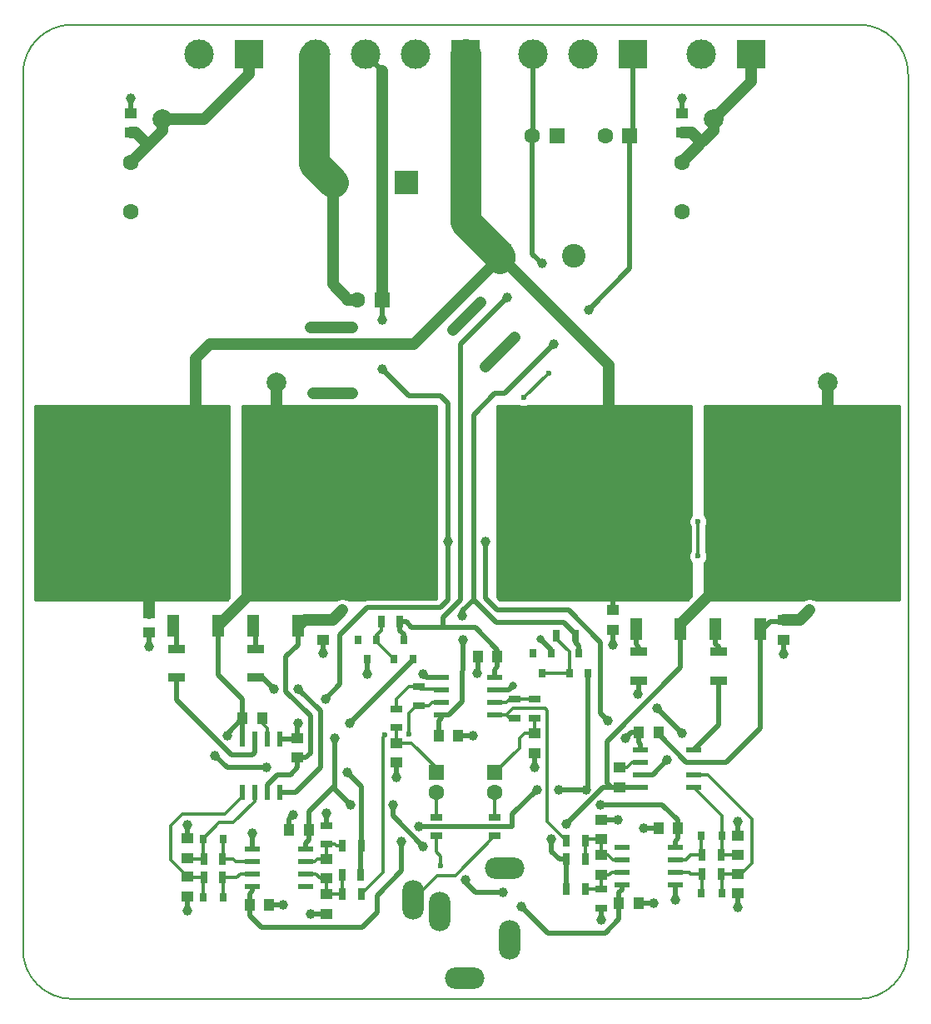
<source format=gbr>
%TF.GenerationSoftware,KiCad,Pcbnew,4.0.7-e2-6376~58~ubuntu16.04.1*%
%TF.CreationDate,2017-12-23T19:49:34+01:00*%
%TF.ProjectId,Class_D_Amp,436C6173735F445F416D702E6B696361,rev?*%
%TF.FileFunction,Copper,L1,Top,Signal*%
%FSLAX46Y46*%
G04 Gerber Fmt 4.6, Leading zero omitted, Abs format (unit mm)*
G04 Created by KiCad (PCBNEW 4.0.7-e2-6376~58~ubuntu16.04.1) date Sat Dec 23 19:49:34 2017*
%MOMM*%
%LPD*%
G01*
G04 APERTURE LIST*
%ADD10C,0.150000*%
%ADD11C,3.000000*%
%ADD12R,3.000000X3.000000*%
%ADD13R,1.000000X1.250000*%
%ADD14R,1.600000X1.600000*%
%ADD15C,1.600000*%
%ADD16R,1.250000X1.000000*%
%ADD17R,2.400000X2.400000*%
%ADD18C,2.400000*%
%ADD19R,0.800000X0.900000*%
%ADD20C,2.000000*%
%ADD21R,1.200000X2.200000*%
%ADD22R,5.800000X6.400000*%
%ADD23R,2.750000X3.050000*%
%ADD24R,0.700000X1.300000*%
%ADD25R,1.300000X0.700000*%
%ADD26R,1.700000X0.900000*%
%ADD27R,1.550000X0.600000*%
%ADD28O,2.200000X4.000000*%
%ADD29O,4.000000X2.200000*%
%ADD30R,0.600000X1.550000*%
%ADD31C,0.600000*%
%ADD32C,1.000000*%
%ADD33C,0.800000*%
%ADD34C,0.300000*%
%ADD35C,1.220000*%
%ADD36C,0.500000*%
%ADD37C,3.170000*%
%ADD38C,1.200000*%
%ADD39C,0.254000*%
G04 APERTURE END LIST*
D10*
X110000000Y-21000000D02*
X110000000Y-110000000D01*
X20000000Y-21000000D02*
X20000000Y-110000000D01*
X105000000Y-16000000D02*
X25000000Y-16000000D01*
X25000000Y-115000000D02*
X105000000Y-115000000D01*
X20000000Y-110000000D02*
G75*
G03X25000000Y-115000000I5000000J0D01*
G01*
X25000000Y-16000000D02*
G75*
G03X20000000Y-21000000I0J-5000000D01*
G01*
X110000000Y-21000000D02*
G75*
G03X105000000Y-16000000I-5000000J0D01*
G01*
X105000000Y-115000000D02*
G75*
G03X110000000Y-110000000I0J5000000D01*
G01*
D11*
X59920000Y-19000000D03*
X54840000Y-19000000D03*
D12*
X65000000Y-19000000D03*
D11*
X49760000Y-19000000D03*
D13*
X82600000Y-87900000D03*
X84600000Y-87900000D03*
X86600000Y-97700000D03*
X84600000Y-97700000D03*
X80600000Y-105300000D03*
X82600000Y-105300000D03*
D14*
X81700000Y-27300000D03*
D15*
X79200000Y-27300000D03*
D14*
X74300000Y-27300000D03*
D15*
X71800000Y-27300000D03*
D16*
X92700000Y-100400000D03*
X92700000Y-98400000D03*
X80700000Y-91500000D03*
X80700000Y-93500000D03*
D15*
X87000000Y-30000000D03*
X87000000Y-35000000D03*
D16*
X92700000Y-102300000D03*
X92700000Y-104300000D03*
D13*
X68250000Y-80250000D03*
X66250000Y-80250000D03*
X62250000Y-88250000D03*
X64250000Y-88250000D03*
D16*
X78800000Y-98800000D03*
X78800000Y-96800000D03*
D17*
X68500000Y-39500000D03*
D18*
X76000000Y-39500000D03*
D17*
X59000000Y-32000000D03*
D18*
X51500000Y-32000000D03*
D16*
X47900000Y-88500000D03*
X47900000Y-90500000D03*
D13*
X43050000Y-105450000D03*
X45050000Y-105450000D03*
X49050000Y-97850000D03*
X47050000Y-97850000D03*
D16*
X36700000Y-102600000D03*
X36700000Y-104600000D03*
D13*
X44300000Y-86500000D03*
X42300000Y-86500000D03*
D15*
X31000000Y-30000000D03*
X31000000Y-35000000D03*
D16*
X36700000Y-100700000D03*
X36700000Y-98700000D03*
X50850000Y-104350000D03*
X50850000Y-106350000D03*
X72000000Y-90000000D03*
X72000000Y-88000000D03*
D14*
X68000000Y-92000000D03*
D15*
X68000000Y-94000000D03*
D16*
X80000000Y-75500000D03*
X80000000Y-77500000D03*
X97300000Y-76500000D03*
X97300000Y-78500000D03*
D14*
X62000000Y-92000000D03*
D15*
X62000000Y-94000000D03*
D16*
X58000000Y-89000000D03*
X58000000Y-91000000D03*
X78800000Y-102400000D03*
X78800000Y-100400000D03*
X50850000Y-100750000D03*
X50850000Y-102750000D03*
X32800000Y-75800000D03*
X32800000Y-77800000D03*
X50500000Y-76500000D03*
X50500000Y-78500000D03*
D14*
X56500000Y-44000000D03*
D15*
X54000000Y-44000000D03*
D19*
X73750000Y-79900000D03*
X71850000Y-79900000D03*
X72800000Y-81900000D03*
X55950000Y-78500000D03*
X54050000Y-78500000D03*
X55000000Y-80500000D03*
X88950000Y-98400000D03*
X91050000Y-98400000D03*
X88950000Y-104300000D03*
X91050000Y-104300000D03*
X40400000Y-104650000D03*
X38300000Y-104650000D03*
X40400000Y-98750000D03*
X38300000Y-98750000D03*
D20*
X90200000Y-25600000D03*
X101800000Y-52400000D03*
X34200000Y-25600000D03*
X45800000Y-52400000D03*
D12*
X94000000Y-19000000D03*
D11*
X88920000Y-19000000D03*
D12*
X43000000Y-19000000D03*
D11*
X37920000Y-19000000D03*
D12*
X82000000Y-19000000D03*
D11*
X76920000Y-19000000D03*
X71840000Y-19000000D03*
D19*
X75550000Y-81900000D03*
X77450000Y-81900000D03*
X76500000Y-79900000D03*
X57750000Y-80500000D03*
X59650000Y-80500000D03*
X58700000Y-78500000D03*
D21*
X82320000Y-77400000D03*
X86880000Y-77400000D03*
D22*
X84600000Y-71100000D03*
D23*
X86125000Y-69425000D03*
X83075000Y-72775000D03*
X83075000Y-69425000D03*
X86125000Y-72775000D03*
D21*
X90420000Y-77400000D03*
X94980000Y-77400000D03*
D22*
X92700000Y-71100000D03*
D23*
X94225000Y-69425000D03*
X91175000Y-72775000D03*
X91175000Y-69425000D03*
X94225000Y-72775000D03*
D21*
X35320000Y-77100000D03*
X39880000Y-77100000D03*
D22*
X37600000Y-70800000D03*
D23*
X39125000Y-69125000D03*
X36075000Y-72475000D03*
X36075000Y-69125000D03*
X39125000Y-72475000D03*
D21*
X43420000Y-77100000D03*
X47980000Y-77100000D03*
D22*
X45700000Y-70800000D03*
D23*
X47225000Y-69125000D03*
X44175000Y-72475000D03*
X44175000Y-69125000D03*
X47225000Y-72475000D03*
D24*
X74250000Y-78100000D03*
X76150000Y-78100000D03*
X56450000Y-76700000D03*
X58350000Y-76700000D03*
D25*
X78800000Y-103850000D03*
X78800000Y-105750000D03*
D24*
X75250000Y-103800000D03*
X77150000Y-103800000D03*
D26*
X82650000Y-79750000D03*
X82650000Y-82650000D03*
D24*
X90950000Y-100400000D03*
X89050000Y-100400000D03*
X77150000Y-98900000D03*
X75250000Y-98900000D03*
X90950000Y-102300000D03*
X89050000Y-102300000D03*
D26*
X90700000Y-79750000D03*
X90700000Y-82650000D03*
D24*
X75250000Y-100800000D03*
X77150000Y-100800000D03*
D25*
X72000000Y-84550000D03*
X72000000Y-86450000D03*
X70000000Y-86450000D03*
X70000000Y-84550000D03*
X58000000Y-85550000D03*
X58000000Y-87450000D03*
X50850000Y-99300000D03*
X50850000Y-97400000D03*
D24*
X54400000Y-99450000D03*
X52500000Y-99450000D03*
D26*
X35600000Y-79450000D03*
X35600000Y-82350000D03*
D25*
X60250000Y-85200000D03*
X60250000Y-83300000D03*
D24*
X38400000Y-102650000D03*
X40300000Y-102650000D03*
X52500000Y-104350000D03*
X54400000Y-104350000D03*
X38400000Y-100750000D03*
X40300000Y-100750000D03*
D26*
X43700000Y-79450000D03*
X43700000Y-82350000D03*
D24*
X54350000Y-102400000D03*
X52450000Y-102400000D03*
D25*
X68000000Y-96550000D03*
X68000000Y-98450000D03*
X62000000Y-96550000D03*
X62000000Y-98450000D03*
D27*
X80900000Y-99595000D03*
X80900000Y-100865000D03*
X80900000Y-102135000D03*
X80900000Y-103405000D03*
X86300000Y-103405000D03*
X86300000Y-102135000D03*
X86300000Y-100865000D03*
X86300000Y-99595000D03*
X82800000Y-89695000D03*
X82800000Y-90965000D03*
X82800000Y-92235000D03*
X82800000Y-93505000D03*
X88200000Y-93505000D03*
X88200000Y-92235000D03*
X88200000Y-90965000D03*
X88200000Y-89695000D03*
X67950000Y-86155000D03*
X67950000Y-84885000D03*
X67950000Y-83615000D03*
X67950000Y-82345000D03*
X62550000Y-82345000D03*
X62550000Y-83615000D03*
X62550000Y-84885000D03*
X62550000Y-86155000D03*
D28*
X69500000Y-109000000D03*
D29*
X69000000Y-101700000D03*
D28*
X62400000Y-106100000D03*
X59700000Y-104900000D03*
D29*
X64900000Y-112900000D03*
D27*
X48750000Y-103555000D03*
X48750000Y-102285000D03*
X48750000Y-101015000D03*
X48750000Y-99745000D03*
X43350000Y-99745000D03*
X43350000Y-101015000D03*
X43350000Y-102285000D03*
X43350000Y-103555000D03*
D30*
X46105000Y-88600000D03*
X44835000Y-88600000D03*
X43565000Y-88600000D03*
X42295000Y-88600000D03*
X42295000Y-94000000D03*
X43565000Y-94000000D03*
X44835000Y-94000000D03*
X46105000Y-94000000D03*
D16*
X87000000Y-27000000D03*
X87000000Y-25000000D03*
X31000000Y-27000000D03*
X31000000Y-25000000D03*
D31*
X70900000Y-53900000D03*
X73450000Y-51400000D03*
X88650000Y-70000000D03*
X88650000Y-66500000D03*
D32*
X53500000Y-46750000D03*
X49250000Y-46750000D03*
X49500000Y-53500000D03*
X53500000Y-53500000D03*
X63750000Y-47000000D03*
X66500000Y-44250000D03*
X67000000Y-50750000D03*
X70000000Y-47750000D03*
X74000000Y-48500000D03*
X77500000Y-45000000D03*
X64750000Y-78500000D03*
X64700000Y-76100000D03*
X55000000Y-82000000D03*
X47500000Y-96300000D03*
X80000000Y-79000000D03*
X66200000Y-81900000D03*
X97300000Y-80000000D03*
X50500000Y-79900000D03*
X32800000Y-79200000D03*
X31000000Y-23500000D03*
X87000000Y-23500000D03*
X36700000Y-106000000D03*
X36700000Y-97300000D03*
X92700000Y-97000000D03*
X92700000Y-105700000D03*
X49250000Y-106350000D03*
X46450000Y-105450000D03*
X50850000Y-96150000D03*
X43350000Y-98150000D03*
X80500000Y-96800000D03*
X83100000Y-97700000D03*
X78800000Y-107000000D03*
X84100000Y-105300000D03*
X86300000Y-104900000D03*
D33*
X72600000Y-78400000D03*
D32*
X60700000Y-82000000D03*
D33*
X69800000Y-83200000D03*
D32*
X72000000Y-91500000D03*
X58000000Y-92500000D03*
X65800000Y-88300000D03*
X58500000Y-99000000D03*
X60250000Y-97500000D03*
X72250000Y-93750000D03*
X74500000Y-93750000D03*
X77250000Y-93750000D03*
X78750000Y-95250000D03*
X53300000Y-95300000D03*
X57600000Y-95300000D03*
X60700000Y-99500000D03*
X65000000Y-102900000D03*
X68800000Y-104200000D03*
X70700000Y-105600000D03*
X51700000Y-88500000D03*
X53200000Y-87000000D03*
X69250000Y-43750000D03*
X72750000Y-40250000D03*
X52500000Y-75500000D03*
X100000000Y-75500000D03*
X48000000Y-87000000D03*
X50750000Y-84500000D03*
X63250000Y-68500000D03*
X67000000Y-68500000D03*
X79500000Y-86750000D03*
X81250000Y-88500000D03*
X56500000Y-51000000D03*
X56500000Y-46000000D03*
X82500000Y-84000000D03*
X84500000Y-85500000D03*
X87000000Y-88000000D03*
X85500000Y-90750000D03*
D31*
X56800000Y-88200000D03*
X59200000Y-88100000D03*
D32*
X45500000Y-83500000D03*
X48000000Y-83500000D03*
D31*
X62500000Y-101500000D03*
D32*
X75250000Y-97250000D03*
X73750000Y-98750000D03*
X40750000Y-88250000D03*
X39500000Y-90250000D03*
X44750000Y-91500000D03*
X53000000Y-92000000D03*
D34*
X73450000Y-51400000D02*
X70950000Y-53900000D01*
X70950000Y-53900000D02*
X70900000Y-53900000D01*
X88650000Y-70000000D02*
X88650000Y-66500000D01*
D35*
X53500000Y-46750000D02*
X49250000Y-46750000D01*
X53500000Y-53500000D02*
X49500000Y-53500000D01*
X63750000Y-47000000D02*
X66500000Y-44250000D01*
X67000000Y-50750000D02*
X70000000Y-47750000D01*
D36*
X76150000Y-78100000D02*
X76150000Y-77900000D01*
X76150000Y-77900000D02*
X75000000Y-76750000D01*
X68150000Y-76750000D02*
X65850000Y-74450000D01*
X75000000Y-76750000D02*
X68150000Y-76750000D01*
X81700000Y-27300000D02*
X81700000Y-40800000D01*
X65850000Y-55650000D02*
X65850000Y-74450000D01*
X68000000Y-53500000D02*
X65850000Y-55650000D01*
X69000000Y-53500000D02*
X68000000Y-53500000D01*
X74000000Y-48500000D02*
X69000000Y-53500000D01*
X81700000Y-40800000D02*
X77500000Y-45000000D01*
X81700000Y-27300000D02*
X81700000Y-27800000D01*
X62550000Y-86155000D02*
X63345000Y-86155000D01*
X63345000Y-86155000D02*
X64700000Y-84800000D01*
X64700000Y-84800000D02*
X64750000Y-78500000D01*
X64700000Y-76100000D02*
X64700000Y-75600000D01*
X64700000Y-75600000D02*
X65850000Y-74450000D01*
X81700000Y-27300000D02*
X81700000Y-27400000D01*
X82000000Y-19000000D02*
X82000000Y-27000000D01*
X82000000Y-27000000D02*
X81700000Y-27300000D01*
X76150000Y-78100000D02*
X76150000Y-78750000D01*
X76150000Y-78750000D02*
X76500000Y-79100000D01*
X76500000Y-79100000D02*
X76500000Y-79900000D01*
X62550000Y-86155000D02*
X62550000Y-86450000D01*
X62550000Y-86450000D02*
X62250000Y-86750000D01*
X62250000Y-86750000D02*
X62250000Y-88250000D01*
X55000000Y-80500000D02*
X55000000Y-82000000D01*
X47050000Y-97850000D02*
X47050000Y-96750000D01*
X47050000Y-96750000D02*
X47500000Y-96300000D01*
X80000000Y-77500000D02*
X80000000Y-79000000D01*
X66250000Y-80250000D02*
X66250000Y-81850000D01*
X66250000Y-81850000D02*
X66200000Y-81900000D01*
X97300000Y-78500000D02*
X97300000Y-80000000D01*
X50500000Y-78500000D02*
X50500000Y-79900000D01*
X32800000Y-77800000D02*
X32800000Y-79200000D01*
X31000000Y-25000000D02*
X31000000Y-23500000D01*
X87000000Y-25000000D02*
X87000000Y-23500000D01*
X36700000Y-104600000D02*
X36700000Y-106000000D01*
X36700000Y-98700000D02*
X36700000Y-97300000D01*
X92700000Y-98400000D02*
X92700000Y-97000000D01*
X92700000Y-104300000D02*
X92700000Y-105700000D01*
X50850000Y-106350000D02*
X49250000Y-106350000D01*
X45050000Y-105450000D02*
X46450000Y-105450000D01*
X50850000Y-97400000D02*
X50850000Y-96150000D01*
X43350000Y-99745000D02*
X43350000Y-98150000D01*
X78800000Y-96800000D02*
X80500000Y-96800000D01*
X84600000Y-97700000D02*
X83100000Y-97700000D01*
X78800000Y-105750000D02*
X78800000Y-107000000D01*
X82600000Y-105300000D02*
X84100000Y-105300000D01*
X86300000Y-103405000D02*
X86300000Y-104900000D01*
X73750000Y-79900000D02*
X73750000Y-79550000D01*
X73750000Y-79550000D02*
X72600000Y-78400000D01*
X62550000Y-82345000D02*
X61045000Y-82345000D01*
X61045000Y-82345000D02*
X60700000Y-82000000D01*
X67950000Y-83615000D02*
X69385000Y-83615000D01*
X69385000Y-83615000D02*
X69800000Y-83200000D01*
X72000000Y-90000000D02*
X72000000Y-91500000D01*
X58000000Y-91000000D02*
X58000000Y-92500000D01*
X64250000Y-88250000D02*
X65750000Y-88250000D01*
X65750000Y-88250000D02*
X65800000Y-88300000D01*
X77450000Y-81900000D02*
X77450000Y-93550000D01*
X77450000Y-93550000D02*
X77250000Y-93750000D01*
X86600000Y-97700000D02*
X86600000Y-96850000D01*
X43050000Y-106550000D02*
X43050000Y-105450000D01*
X44250000Y-107750000D02*
X43050000Y-106550000D01*
X54500000Y-107750000D02*
X44250000Y-107750000D01*
X56000000Y-106250000D02*
X54500000Y-107750000D01*
X56000000Y-104500000D02*
X56000000Y-106250000D01*
X58500000Y-102000000D02*
X56000000Y-104500000D01*
X58500000Y-101750000D02*
X58500000Y-102000000D01*
X58500000Y-99000000D02*
X58500000Y-101750000D01*
X69750000Y-97500000D02*
X60250000Y-97500000D01*
X69750000Y-96750000D02*
X69750000Y-97500000D01*
X69750000Y-96250000D02*
X69750000Y-96750000D01*
X72250000Y-93750000D02*
X69750000Y-96250000D01*
X77250000Y-93750000D02*
X74500000Y-93750000D01*
X85000000Y-95250000D02*
X78750000Y-95250000D01*
X86600000Y-96850000D02*
X85000000Y-95250000D01*
X43350000Y-103555000D02*
X43350000Y-104050000D01*
X43350000Y-104050000D02*
X43050000Y-104350000D01*
X43050000Y-104350000D02*
X43050000Y-105450000D01*
X86300000Y-99595000D02*
X86300000Y-99000000D01*
X86600000Y-98700000D02*
X86600000Y-97700000D01*
X86300000Y-99000000D02*
X86600000Y-98700000D01*
X59650000Y-80500000D02*
X59650000Y-80550000D01*
X59650000Y-80550000D02*
X53200000Y-87000000D01*
X80600000Y-105300000D02*
X80600000Y-106900000D01*
X51700000Y-93700000D02*
X51700000Y-93300000D01*
X53300000Y-95300000D02*
X51700000Y-93700000D01*
X57600000Y-96400000D02*
X57600000Y-95300000D01*
X60700000Y-99500000D02*
X57600000Y-96400000D01*
X65000000Y-103200000D02*
X65000000Y-102900000D01*
X66000000Y-104200000D02*
X65000000Y-103200000D01*
X68800000Y-104200000D02*
X66000000Y-104200000D01*
X73400000Y-108300000D02*
X70700000Y-105600000D01*
X79200000Y-108300000D02*
X73400000Y-108300000D01*
X80600000Y-106900000D02*
X79200000Y-108300000D01*
X51700000Y-88500000D02*
X51700000Y-93300000D01*
X51700000Y-93300000D02*
X49050000Y-95950000D01*
X49050000Y-95950000D02*
X49050000Y-97850000D01*
X49050000Y-97850000D02*
X49050000Y-98850000D01*
X48750000Y-99150000D02*
X48750000Y-99745000D01*
X49050000Y-98850000D02*
X48750000Y-99150000D01*
X80900000Y-103405000D02*
X80900000Y-103900000D01*
X80600000Y-104200000D02*
X80600000Y-105300000D01*
X80900000Y-103900000D02*
X80600000Y-104200000D01*
X62750000Y-77250000D02*
X62000000Y-77250000D01*
X71800000Y-27300000D02*
X71800000Y-39300000D01*
X62750000Y-76250000D02*
X62750000Y-77250000D01*
X62750000Y-77250000D02*
X62750000Y-77250000D01*
X64500000Y-74500000D02*
X62750000Y-76250000D01*
X64500000Y-48500000D02*
X64500000Y-74500000D01*
X69250000Y-43750000D02*
X64500000Y-48500000D01*
X71800000Y-39300000D02*
X72750000Y-40250000D01*
X68250000Y-80250000D02*
X68250000Y-79500000D01*
X68250000Y-79500000D02*
X66000000Y-77250000D01*
X66000000Y-77250000D02*
X62750000Y-77250000D01*
X58950000Y-76700000D02*
X58350000Y-76700000D01*
X62000000Y-77250000D02*
X59500000Y-77250000D01*
X59500000Y-77250000D02*
X58950000Y-76700000D01*
X58700000Y-78500000D02*
X58700000Y-77950000D01*
X58350000Y-77600000D02*
X58350000Y-76700000D01*
X58700000Y-77950000D02*
X58350000Y-77600000D01*
X68250000Y-80250000D02*
X68250000Y-79850000D01*
X71840000Y-19000000D02*
X71840000Y-27260000D01*
X71840000Y-27260000D02*
X71800000Y-27300000D01*
X67950000Y-82345000D02*
X67950000Y-81550000D01*
X68250000Y-81250000D02*
X68250000Y-80250000D01*
X67950000Y-81550000D02*
X68250000Y-81250000D01*
D34*
X91050000Y-98400000D02*
X91050000Y-96355000D01*
X91050000Y-96355000D02*
X88200000Y-93505000D01*
X91050000Y-98400000D02*
X91050000Y-100300000D01*
X91050000Y-100300000D02*
X90950000Y-100400000D01*
X90950000Y-100400000D02*
X92700000Y-100400000D01*
X82800000Y-90965000D02*
X81935000Y-90965000D01*
X81400000Y-91500000D02*
X80700000Y-91500000D01*
X81935000Y-90965000D02*
X81400000Y-91500000D01*
X92700000Y-102300000D02*
X93000000Y-102300000D01*
X93000000Y-102300000D02*
X94100000Y-101200000D01*
X89635000Y-92235000D02*
X88200000Y-92235000D01*
X94100000Y-96700000D02*
X89635000Y-92235000D01*
X94100000Y-101200000D02*
X94100000Y-96700000D01*
X91050000Y-104300000D02*
X91050000Y-102400000D01*
X91050000Y-102400000D02*
X90950000Y-102300000D01*
X90950000Y-102300000D02*
X92700000Y-102300000D01*
X77150000Y-98900000D02*
X77150000Y-100800000D01*
X78800000Y-98800000D02*
X77250000Y-98800000D01*
X77250000Y-98800000D02*
X77150000Y-98900000D01*
X78800000Y-100400000D02*
X78800000Y-98800000D01*
X80900000Y-100865000D02*
X79965000Y-100865000D01*
X79500000Y-100400000D02*
X78800000Y-100400000D01*
X79965000Y-100865000D02*
X79500000Y-100400000D01*
D37*
X68500000Y-39500000D02*
X68500000Y-39750000D01*
D35*
X68500000Y-39750000D02*
X59750000Y-48500000D01*
X37600000Y-49900000D02*
X37600000Y-70800000D01*
X39000000Y-48500000D02*
X37600000Y-49900000D01*
X59750000Y-48500000D02*
X39000000Y-48500000D01*
X68500000Y-39500000D02*
X79600000Y-50600000D01*
D36*
X79600000Y-66100000D02*
X84600000Y-71100000D01*
D35*
X79600000Y-50600000D02*
X79600000Y-66100000D01*
D37*
X65000000Y-19000000D02*
X65000000Y-36000000D01*
X65000000Y-36000000D02*
X68500000Y-39500000D01*
D36*
X80000000Y-75500000D02*
X80000000Y-73700000D01*
X80000000Y-73700000D02*
X82600000Y-71100000D01*
X82600000Y-71100000D02*
X84600000Y-71100000D01*
D38*
X32800000Y-75800000D02*
X32800000Y-73400000D01*
X32800000Y-73100000D02*
X35100000Y-70800000D01*
X32800000Y-73400000D02*
X32800000Y-73100000D01*
X35100000Y-70800000D02*
X37600000Y-70800000D01*
D35*
X51500000Y-76500000D02*
X50500000Y-76500000D01*
X52500000Y-75500000D02*
X51500000Y-76500000D01*
X99000000Y-76500000D02*
X97300000Y-76500000D01*
X100000000Y-75500000D02*
X99000000Y-76500000D01*
D36*
X47900000Y-90500000D02*
X48750000Y-90500000D01*
X47980000Y-79020000D02*
X47980000Y-77100000D01*
X46750000Y-80250000D02*
X47980000Y-79020000D01*
X46750000Y-83750000D02*
X46750000Y-80250000D01*
X49250000Y-86250000D02*
X46750000Y-83750000D01*
X49250000Y-90000000D02*
X49250000Y-86250000D01*
X48750000Y-90500000D02*
X49250000Y-90000000D01*
X88200000Y-90965000D02*
X91535000Y-90965000D01*
X94980000Y-87520000D02*
X94980000Y-77400000D01*
X91535000Y-90965000D02*
X94980000Y-87520000D01*
D35*
X54000000Y-44000000D02*
X53000000Y-44000000D01*
X51500000Y-42400000D02*
X53000000Y-43900000D01*
X53000000Y-43900000D02*
X53000000Y-44000000D01*
X51500000Y-42400000D02*
X51500000Y-32000000D01*
D36*
X49760000Y-19000000D02*
X49600000Y-19160000D01*
D37*
X49600000Y-19160000D02*
X49600000Y-30100000D01*
X49600000Y-30100000D02*
X51500000Y-32000000D01*
D36*
X94980000Y-77400000D02*
X95200000Y-77400000D01*
X95200000Y-77400000D02*
X95965687Y-76634313D01*
X95965687Y-76634313D02*
X97134313Y-76634313D01*
X97134313Y-76634313D02*
X97300000Y-76500000D01*
X88200000Y-90965000D02*
X87465000Y-90965000D01*
X87465000Y-90965000D02*
X84600000Y-88100000D01*
X84600000Y-88100000D02*
X84600000Y-87900000D01*
X44835000Y-94000000D02*
X44835000Y-93265000D01*
X44835000Y-93265000D02*
X45900000Y-92200000D01*
X45900000Y-92200000D02*
X47200000Y-92200000D01*
X47200000Y-92200000D02*
X47900000Y-91500000D01*
X47900000Y-91500000D02*
X47900000Y-90500000D01*
D38*
X47980000Y-77100000D02*
X48100000Y-77100000D01*
X48100000Y-77100000D02*
X48700000Y-76500000D01*
X48700000Y-76500000D02*
X50500000Y-76500000D01*
D34*
X42295000Y-94000000D02*
X42295000Y-94405000D01*
X42295000Y-94405000D02*
X40500000Y-96200000D01*
X40500000Y-96200000D02*
X36200000Y-96200000D01*
X36200000Y-96200000D02*
X35000000Y-97400000D01*
X35000000Y-97400000D02*
X35000000Y-100900000D01*
X35000000Y-100900000D02*
X36700000Y-102600000D01*
X38400000Y-102650000D02*
X36750000Y-102650000D01*
X36750000Y-102650000D02*
X36700000Y-102600000D01*
X38300000Y-104650000D02*
X38300000Y-102750000D01*
X38300000Y-102750000D02*
X38400000Y-102650000D01*
X44300000Y-86500000D02*
X44300000Y-87000000D01*
X44300000Y-87000000D02*
X44835000Y-87535000D01*
X44835000Y-87535000D02*
X44835000Y-88600000D01*
X43565000Y-94000000D02*
X43565000Y-94935000D01*
X39950000Y-97100000D02*
X38300000Y-98750000D01*
X41400000Y-97100000D02*
X39950000Y-97100000D01*
X43565000Y-94935000D02*
X41400000Y-97100000D01*
X38400000Y-100750000D02*
X36750000Y-100750000D01*
X36750000Y-100750000D02*
X36700000Y-100700000D01*
X38300000Y-98750000D02*
X38300000Y-100650000D01*
X38300000Y-100650000D02*
X38400000Y-100750000D01*
X52450000Y-102400000D02*
X52450000Y-104300000D01*
X52450000Y-104300000D02*
X52500000Y-104350000D01*
X52500000Y-104350000D02*
X50850000Y-104350000D01*
X50850000Y-102750000D02*
X50850000Y-104350000D01*
X50850000Y-102750000D02*
X50250000Y-102750000D01*
X50250000Y-102750000D02*
X49785000Y-102285000D01*
X49785000Y-102285000D02*
X48750000Y-102285000D01*
X72000000Y-88000000D02*
X72000000Y-86450000D01*
X68000000Y-92000000D02*
X70500000Y-89500000D01*
X71000000Y-88000000D02*
X72000000Y-88000000D01*
X70500000Y-88500000D02*
X71000000Y-88000000D01*
X70500000Y-89500000D02*
X70500000Y-88500000D01*
X68000000Y-96550000D02*
X68000000Y-94000000D01*
X58000000Y-89000000D02*
X58000000Y-87450000D01*
X62000000Y-92000000D02*
X62000000Y-91500000D01*
X62000000Y-91500000D02*
X59500000Y-89000000D01*
X59500000Y-89000000D02*
X58000000Y-89000000D01*
X62000000Y-96550000D02*
X62000000Y-94000000D01*
X78800000Y-102400000D02*
X79600000Y-102400000D01*
X79865000Y-102135000D02*
X80900000Y-102135000D01*
X79600000Y-102400000D02*
X79865000Y-102135000D01*
X78800000Y-103850000D02*
X78800000Y-102400000D01*
X78800000Y-103850000D02*
X77200000Y-103850000D01*
X77200000Y-103850000D02*
X77150000Y-103800000D01*
X48750000Y-101015000D02*
X49685000Y-101015000D01*
X49950000Y-100750000D02*
X50850000Y-100750000D01*
X49685000Y-101015000D02*
X49950000Y-100750000D01*
X50850000Y-99300000D02*
X50850000Y-100750000D01*
X52500000Y-99450000D02*
X51850000Y-99450000D01*
X51700000Y-99300000D02*
X50850000Y-99300000D01*
X51850000Y-99450000D02*
X51700000Y-99300000D01*
D36*
X63250000Y-68500000D02*
X63250000Y-74500000D01*
X47900000Y-87100000D02*
X47900000Y-88500000D01*
X48000000Y-87000000D02*
X47900000Y-87100000D01*
X52250000Y-83000000D02*
X50750000Y-84500000D01*
X52250000Y-78000000D02*
X52250000Y-83000000D01*
X55000000Y-75250000D02*
X52250000Y-78000000D01*
X62500000Y-75250000D02*
X55000000Y-75250000D01*
X63250000Y-74500000D02*
X62500000Y-75250000D01*
X82600000Y-87900000D02*
X81850000Y-87900000D01*
X67000000Y-74250000D02*
X67000000Y-68500000D01*
X68250000Y-75500000D02*
X67000000Y-74250000D01*
X75500000Y-75500000D02*
X68250000Y-75500000D01*
X78750000Y-78750000D02*
X75500000Y-75500000D01*
X78750000Y-86000000D02*
X78750000Y-78750000D01*
X79500000Y-86750000D02*
X78750000Y-86000000D01*
X81850000Y-87900000D02*
X81250000Y-88500000D01*
X56500000Y-44000000D02*
X56500000Y-46000000D01*
X63250000Y-54500000D02*
X63250000Y-68500000D01*
X62500000Y-53750000D02*
X63250000Y-54500000D01*
X59250000Y-53750000D02*
X62500000Y-53750000D01*
X56500000Y-51000000D02*
X59250000Y-53750000D01*
X54840000Y-19000000D02*
X56500000Y-20660000D01*
D35*
X56500000Y-20660000D02*
X56500000Y-44000000D01*
D36*
X46105000Y-88600000D02*
X47800000Y-88600000D01*
X47800000Y-88600000D02*
X47900000Y-88500000D01*
X82800000Y-89695000D02*
X82800000Y-89100000D01*
X82600000Y-88900000D02*
X82600000Y-87900000D01*
X82800000Y-89100000D02*
X82600000Y-88900000D01*
D34*
X89050000Y-100400000D02*
X88950000Y-100300000D01*
X88950000Y-100300000D02*
X88950000Y-98400000D01*
X86300000Y-100865000D02*
X87435000Y-100865000D01*
X87900000Y-100400000D02*
X89050000Y-100400000D01*
X87435000Y-100865000D02*
X87900000Y-100400000D01*
X88950000Y-104300000D02*
X89050000Y-104200000D01*
X89050000Y-104200000D02*
X89050000Y-102300000D01*
X86300000Y-102135000D02*
X87735000Y-102135000D01*
X87900000Y-102300000D02*
X89050000Y-102300000D01*
X87735000Y-102135000D02*
X87900000Y-102300000D01*
X43350000Y-102285000D02*
X42115000Y-102285000D01*
X41750000Y-102650000D02*
X40300000Y-102650000D01*
X42115000Y-102285000D02*
X41750000Y-102650000D01*
X40400000Y-104650000D02*
X40400000Y-102750000D01*
X40400000Y-102750000D02*
X40300000Y-102650000D01*
X43350000Y-101015000D02*
X41615000Y-101015000D01*
X41350000Y-100750000D02*
X40300000Y-100750000D01*
X41615000Y-101015000D02*
X41350000Y-100750000D01*
X40400000Y-98750000D02*
X40400000Y-100650000D01*
X40400000Y-100650000D02*
X40300000Y-100750000D01*
D36*
X82650000Y-79750000D02*
X82650000Y-79250000D01*
X82320000Y-78920000D02*
X82320000Y-77400000D01*
X82650000Y-79250000D02*
X82320000Y-78920000D01*
X90700000Y-79750000D02*
X90700000Y-79200000D01*
X90420000Y-78920000D02*
X90420000Y-77400000D01*
X90700000Y-79200000D02*
X90420000Y-78920000D01*
X35600000Y-79450000D02*
X35600000Y-77380000D01*
D34*
X35600000Y-77380000D02*
X35320000Y-77100000D01*
D36*
X43700000Y-79450000D02*
X43700000Y-77380000D01*
D34*
X43700000Y-77380000D02*
X43420000Y-77100000D01*
D36*
X82800000Y-92235000D02*
X84015000Y-92235000D01*
X82650000Y-83850000D02*
X82650000Y-82650000D01*
X82500000Y-84000000D02*
X82650000Y-83850000D01*
X87000000Y-88000000D02*
X84500000Y-85500000D01*
X84015000Y-92235000D02*
X85500000Y-90750000D01*
D34*
X67950000Y-86155000D02*
X69145000Y-86155000D01*
X73300000Y-96950000D02*
X75250000Y-98900000D01*
X73300000Y-85700000D02*
X73300000Y-96950000D01*
X73100000Y-85500000D02*
X73300000Y-85700000D01*
X69800000Y-85500000D02*
X73100000Y-85500000D01*
X69145000Y-86155000D02*
X69800000Y-85500000D01*
X70000000Y-86450000D02*
X69450000Y-86450000D01*
X69450000Y-86450000D02*
X69155000Y-86155000D01*
X69155000Y-86155000D02*
X67950000Y-86155000D01*
D36*
X90700000Y-82650000D02*
X90700000Y-87195000D01*
X90700000Y-87195000D02*
X88200000Y-89695000D01*
D34*
X70000000Y-84550000D02*
X69450000Y-84550000D01*
X69450000Y-84550000D02*
X69115000Y-84885000D01*
X69115000Y-84885000D02*
X67950000Y-84885000D01*
X72000000Y-84550000D02*
X70000000Y-84550000D01*
X60250000Y-83300000D02*
X60450000Y-83500000D01*
X60450000Y-83500000D02*
X62435000Y-83500000D01*
X62435000Y-83500000D02*
X62550000Y-83615000D01*
X58000000Y-85550000D02*
X58000000Y-84500000D01*
X59200000Y-83300000D02*
X60250000Y-83300000D01*
X58000000Y-84500000D02*
X59200000Y-83300000D01*
D36*
X35600000Y-82350000D02*
X35600000Y-84600000D01*
X43565000Y-89935000D02*
X43565000Y-88600000D01*
X43300000Y-90200000D02*
X43565000Y-89935000D01*
X41200000Y-90200000D02*
X43300000Y-90200000D01*
X35600000Y-84600000D02*
X41200000Y-90200000D01*
D34*
X60250000Y-85200000D02*
X60000000Y-85200000D01*
X60000000Y-85200000D02*
X59200000Y-86000000D01*
X56600000Y-102150000D02*
X54400000Y-104350000D01*
X56600000Y-88400000D02*
X56600000Y-102150000D01*
X56800000Y-88200000D02*
X56600000Y-88400000D01*
X59200000Y-86000000D02*
X59200000Y-88100000D01*
X60250000Y-85200000D02*
X61300000Y-85200000D01*
X61615000Y-84885000D02*
X62550000Y-84885000D01*
X61300000Y-85200000D02*
X61615000Y-84885000D01*
D36*
X46105000Y-94000000D02*
X47750000Y-94000000D01*
X45500000Y-83500000D02*
X44350000Y-82350000D01*
X50250000Y-85750000D02*
X48000000Y-83500000D01*
X50250000Y-91500000D02*
X50250000Y-85750000D01*
X47750000Y-94000000D02*
X50250000Y-91500000D01*
X44350000Y-82350000D02*
X43700000Y-82350000D01*
D34*
X59700000Y-104900000D02*
X62100000Y-102500000D01*
X63950000Y-102500000D02*
X68000000Y-98450000D01*
X62100000Y-102500000D02*
X63950000Y-102500000D01*
X62500000Y-101500000D02*
X62500000Y-100500000D01*
X62500000Y-100500000D02*
X62000000Y-100000000D01*
X62000000Y-100000000D02*
X62000000Y-98450000D01*
X74250000Y-78100000D02*
X74250000Y-78450000D01*
X74250000Y-78450000D02*
X75550000Y-79750000D01*
X75550000Y-79750000D02*
X75550000Y-81900000D01*
X72800000Y-81900000D02*
X75550000Y-81900000D01*
X57750000Y-80500000D02*
X55950000Y-78700000D01*
X55950000Y-78700000D02*
X55950000Y-78500000D01*
X55950000Y-78500000D02*
X55950000Y-78050000D01*
X55950000Y-78050000D02*
X56450000Y-77550000D01*
X56450000Y-77550000D02*
X56450000Y-76700000D01*
D36*
X75250000Y-103800000D02*
X75250000Y-100800000D01*
X80700000Y-93500000D02*
X79800002Y-93500000D01*
X79800002Y-93500000D02*
X79371841Y-93071839D01*
X79371841Y-93071839D02*
X79371841Y-88828159D01*
X79371841Y-88828159D02*
X86880000Y-81320000D01*
X86880000Y-81320000D02*
X86880000Y-77400000D01*
X75250000Y-100800000D02*
X74550000Y-100800000D01*
X79000000Y-93500000D02*
X80700000Y-93500000D01*
X75250000Y-97250000D02*
X79000000Y-93500000D01*
X73750000Y-100000000D02*
X73750000Y-98750000D01*
X74550000Y-100800000D02*
X73750000Y-100000000D01*
X86880000Y-77400000D02*
X86880000Y-76920000D01*
D35*
X86880000Y-76920000D02*
X92700000Y-71100000D01*
X101800000Y-52400000D02*
X101800000Y-56900000D01*
D36*
X92700000Y-66000000D02*
X92700000Y-71100000D01*
X101800000Y-56900000D02*
X92700000Y-66000000D01*
X82800000Y-93505000D02*
X80705000Y-93505000D01*
D34*
X80705000Y-93505000D02*
X80700000Y-93500000D01*
D35*
X94000000Y-19000000D02*
X94000000Y-21800000D01*
X94000000Y-21800000D02*
X90200000Y-25600000D01*
X87000000Y-27000000D02*
X88000000Y-27000000D01*
D38*
X88000000Y-27000000D02*
X89000000Y-28000000D01*
X90200000Y-25600000D02*
X90200000Y-26800000D01*
D35*
X90200000Y-26800000D02*
X89000000Y-28000000D01*
X89000000Y-28000000D02*
X87000000Y-30000000D01*
D36*
X54400000Y-99450000D02*
X54400000Y-93400000D01*
X40750000Y-88050000D02*
X42300000Y-86500000D01*
X40750000Y-88250000D02*
X40750000Y-88050000D01*
X40750000Y-91500000D02*
X39500000Y-90250000D01*
X44750000Y-91500000D02*
X40750000Y-91500000D01*
X54400000Y-93400000D02*
X53000000Y-92000000D01*
X54350000Y-102400000D02*
X54350000Y-99500000D01*
X54350000Y-99500000D02*
X54400000Y-99450000D01*
X42300000Y-86500000D02*
X42300000Y-84600000D01*
X42300000Y-84600000D02*
X42300000Y-84500000D01*
X42300000Y-84500000D02*
X39880000Y-82080000D01*
X39880000Y-82080000D02*
X39880000Y-77100000D01*
D35*
X45800000Y-52400000D02*
X45800000Y-59300000D01*
D38*
X45800000Y-59300000D02*
X45800000Y-70700000D01*
X45800000Y-70700000D02*
X45700000Y-70800000D01*
D35*
X39880000Y-77100000D02*
X45700000Y-71280000D01*
D38*
X45700000Y-71280000D02*
X45700000Y-70800000D01*
D36*
X42300000Y-86500000D02*
X42300000Y-88595000D01*
D34*
X42300000Y-88595000D02*
X42295000Y-88600000D01*
D35*
X43000000Y-19000000D02*
X43000000Y-21000000D01*
X38400000Y-25600000D02*
X34200000Y-25600000D01*
X43000000Y-21000000D02*
X38400000Y-25600000D01*
X31000000Y-27000000D02*
X31500000Y-27000000D01*
X31500000Y-27000000D02*
X32750000Y-28250000D01*
D38*
X34200000Y-25600000D02*
X34200000Y-26800000D01*
D35*
X34200000Y-26800000D02*
X32750000Y-28250000D01*
X32750000Y-28250000D02*
X31000000Y-30000000D01*
D39*
G36*
X49500000Y-54745000D02*
X53500000Y-54745000D01*
X53590492Y-54727000D01*
X62073000Y-54727000D01*
X62073000Y-74365000D01*
X55000000Y-74365000D01*
X54661325Y-74432367D01*
X54600513Y-74473000D01*
X53160868Y-74473000D01*
X52976441Y-74349770D01*
X52500000Y-74255000D01*
X52023560Y-74349770D01*
X51839133Y-74473000D01*
X42327000Y-74473000D01*
X42327000Y-54727000D01*
X49409508Y-54727000D01*
X49500000Y-54745000D01*
X49500000Y-54745000D01*
G37*
X49500000Y-54745000D02*
X53500000Y-54745000D01*
X53590492Y-54727000D01*
X62073000Y-54727000D01*
X62073000Y-74365000D01*
X55000000Y-74365000D01*
X54661325Y-74432367D01*
X54600513Y-74473000D01*
X53160868Y-74473000D01*
X52976441Y-74349770D01*
X52500000Y-74255000D01*
X52023560Y-74349770D01*
X51839133Y-74473000D01*
X42327000Y-74473000D01*
X42327000Y-54727000D01*
X49409508Y-54727000D01*
X49500000Y-54745000D01*
G36*
X40973000Y-74246304D02*
X40746304Y-74473000D01*
X21227000Y-74473000D01*
X21227000Y-54727000D01*
X40973000Y-54727000D01*
X40973000Y-74246304D01*
X40973000Y-74246304D01*
G37*
X40973000Y-74246304D02*
X40746304Y-74473000D01*
X21227000Y-74473000D01*
X21227000Y-54727000D01*
X40973000Y-54727000D01*
X40973000Y-74246304D01*
G36*
X70713201Y-54834838D02*
X71085167Y-54835162D01*
X71346940Y-54727000D01*
X87973000Y-54727000D01*
X87973000Y-65854682D01*
X87857808Y-65969673D01*
X87715162Y-66313201D01*
X87714838Y-66685167D01*
X87856883Y-67028943D01*
X87865000Y-67037074D01*
X87865000Y-69462494D01*
X87857808Y-69469673D01*
X87715162Y-69813201D01*
X87714838Y-70185167D01*
X87856883Y-70528943D01*
X87973000Y-70645263D01*
X87973000Y-74066304D01*
X87566304Y-74473000D01*
X68474579Y-74473000D01*
X68227000Y-74225420D01*
X68227000Y-54727000D01*
X70453500Y-54727000D01*
X70713201Y-54834838D01*
X70713201Y-54834838D01*
G37*
X70713201Y-54834838D02*
X71085167Y-54835162D01*
X71346940Y-54727000D01*
X87973000Y-54727000D01*
X87973000Y-65854682D01*
X87857808Y-65969673D01*
X87715162Y-66313201D01*
X87714838Y-66685167D01*
X87856883Y-67028943D01*
X87865000Y-67037074D01*
X87865000Y-69462494D01*
X87857808Y-69469673D01*
X87715162Y-69813201D01*
X87714838Y-70185167D01*
X87856883Y-70528943D01*
X87973000Y-70645263D01*
X87973000Y-74066304D01*
X87566304Y-74473000D01*
X68474579Y-74473000D01*
X68227000Y-74225420D01*
X68227000Y-54727000D01*
X70453500Y-54727000D01*
X70713201Y-54834838D01*
G36*
X109073000Y-74473000D02*
X100660868Y-74473000D01*
X100476441Y-74349770D01*
X100000000Y-74255000D01*
X99523560Y-74349770D01*
X99339133Y-74473000D01*
X89327000Y-74473000D01*
X89327000Y-70645318D01*
X89442192Y-70530327D01*
X89584838Y-70186799D01*
X89585162Y-69814833D01*
X89443117Y-69471057D01*
X89435000Y-69462926D01*
X89435000Y-67037506D01*
X89442192Y-67030327D01*
X89584838Y-66686799D01*
X89585162Y-66314833D01*
X89443117Y-65971057D01*
X89327000Y-65854737D01*
X89327000Y-54727000D01*
X109073000Y-54727000D01*
X109073000Y-74473000D01*
X109073000Y-74473000D01*
G37*
X109073000Y-74473000D02*
X100660868Y-74473000D01*
X100476441Y-74349770D01*
X100000000Y-74255000D01*
X99523560Y-74349770D01*
X99339133Y-74473000D01*
X89327000Y-74473000D01*
X89327000Y-70645318D01*
X89442192Y-70530327D01*
X89584838Y-70186799D01*
X89585162Y-69814833D01*
X89443117Y-69471057D01*
X89435000Y-69462926D01*
X89435000Y-67037506D01*
X89442192Y-67030327D01*
X89584838Y-66686799D01*
X89585162Y-66314833D01*
X89443117Y-65971057D01*
X89327000Y-65854737D01*
X89327000Y-54727000D01*
X109073000Y-54727000D01*
X109073000Y-74473000D01*
M02*

</source>
